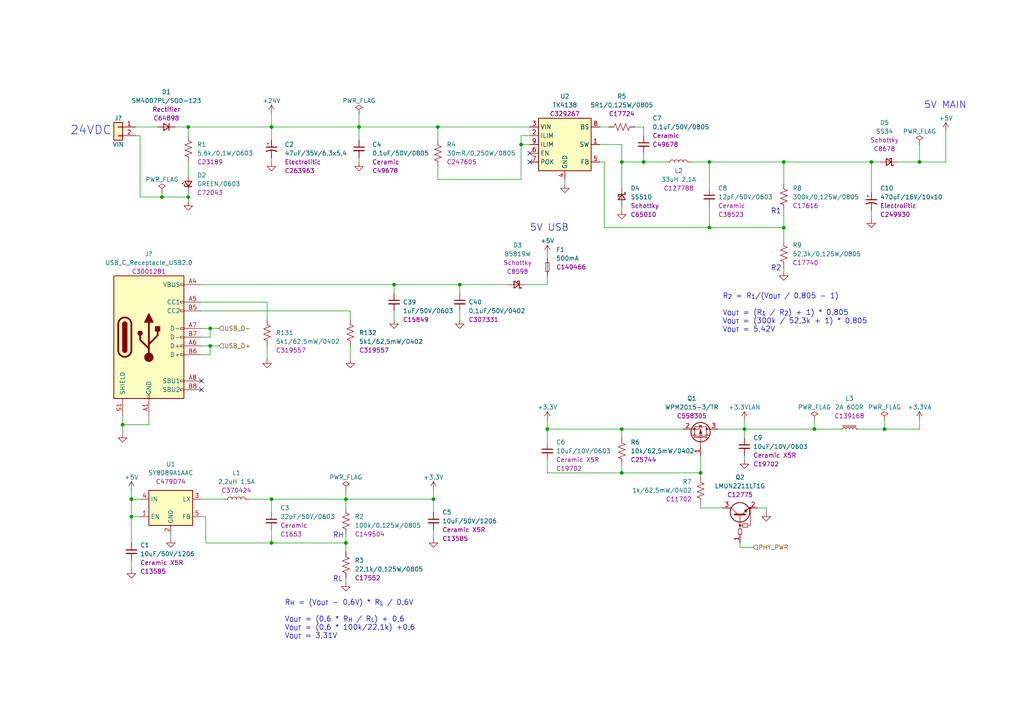
<source format=kicad_sch>
(kicad_sch (version 20230121) (generator eeschema)
  (paper "A4")
  (title_block (title "ESP 16x 24VDC Input 16x 24VDC Output Module") (date "2023-05-05") (rev "V2"))
  (lib_symbols
    (symbol "Connector:USB_C_Receptacle_USB2.0" (pin_names (offset 1.016))
      (property "Reference" "J" (at -10.16 19.05 0))
      (property "Value" "USB_C_Receptacle_USB2.0" (at 19.05 19.05 0))
      (symbol "USB_C_Receptacle_USB2.0_1_1"
        (pin passive line (at 0 -22.86 90) (length 5.08) (name "GND") (number "A1"))
        (pin passive line (at 0 -22.86 90) (length 5.08) hide (name "GND") (number "A12"))
        (pin passive line (at 15.24 15.24 180) (length 5.08) (name "VBUS") (number "A4"))
        (pin bidirectional line (at 15.24 10.16 180) (length 5.08) (name "CC1") (number "A5"))
        (pin bidirectional line (at 15.24 -2.54 180) (length 5.08) (name "D+") (number "A6"))
        (pin bidirectional line (at 15.24 2.54 180) (length 5.08) (name "D-") (number "A7"))
        (pin bidirectional line (at 15.24 -12.7 180) (length 5.08) (name "SBU1") (number "A8"))
        (pin passive line (at 15.24 15.24 180) (length 5.08) hide (name "VBUS") (number "A9"))
        (pin passive line (at 0 -22.86 90) (length 5.08) hide (name "GND") (number "B1"))
        (pin passive line (at 0 -22.86 90) (length 5.08) hide (name "GND") (number "B12"))
        (pin passive line (at 15.24 15.24 180) (length 5.08) hide (name "VBUS") (number "B4"))
        (pin bidirectional line (at 15.24 7.62 180) (length 5.08) (name "CC2") (number "B5"))
        (pin bidirectional line (at 15.24 -5.08 180) (length 5.08) (name "D+") (number "B6"))
        (pin bidirectional line (at 15.24 0 180) (length 5.08) (name "D-") (number "B7"))
        (pin bidirectional line (at 15.24 -15.24 180) (length 5.08) (name "SBU2") (number "B8"))
        (pin passive line (at 15.24 15.24 180) (length 5.08) hide (name "VBUS") (number "B9"))
        (pin passive line (at -7.62 -22.86 90) (length 5.08) (name "SHIELD") (number "S1"))
      )
    )
    (symbol "Connector_Generic:Conn_01x02" (pin_names (offset 1.016) hide)
      (property "Reference" "J" (at 0 2.54 0))
      (property "Value" "Conn_01x02" (at 0 -5.08 0))
      (symbol "Conn_01x02_1_1"
        (pin passive line (at -5.08 0 0) (length 3.81) (name "Pin_1") (number "1"))
        (pin passive line (at -5.08 -2.54 0) (length 3.81) (name "Pin_2") (number "2"))
      )
    )
    (symbol "Device:C_Polarized_Small_US" (pin_numbers hide) (pin_names (offset 0.254) hide)
      (property "Reference" "C" (at 0.254 1.778 0))
      (property "Value" "C_Polarized_Small_US" (at 0.254 -2.032 0))
      (symbol "C_Polarized_Small_US_1_1"
        (pin passive line (at 0 2.54 270) (length 2.032) (name "~") (number "1"))
        (pin passive line (at 0 -2.54 90) (length 2.032) (name "~") (number "2"))
      )
    )
    (symbol "Device:C_Small" (pin_numbers hide) (pin_names (offset 0.254) hide)
      (property "Reference" "C" (at 0.254 1.778 0))
      (property "Value" "C_Small" (at 0.254 -2.032 0))
      (symbol "C_Small_1_1"
        (pin passive line (at 0 2.54 270) (length 2.032) (name "~") (number "1"))
        (pin passive line (at 0 -2.54 90) (length 2.032) (name "~") (number "2"))
      )
    )
    (symbol "Device:D_Schottky_Small" (pin_numbers hide) (pin_names (offset 0.254) hide)
      (property "Reference" "D" (at -1.27 2.032 0))
      (property "Value" "D_Schottky_Small" (at -7.112 -2.032 0))
      (symbol "D_Schottky_Small_1_1"
        (pin passive line (at -2.54 0 0) (length 1.778) (name "K") (number "1"))
        (pin passive line (at 2.54 0 180) (length 1.778) (name "A") (number "2"))
      )
    )
    (symbol "Device:D_Small" (pin_numbers hide) (pin_names (offset 0.254) hide)
      (property "Reference" "D" (at -1.27 2.032 0))
      (property "Value" "D_Small" (at -3.81 -2.032 0))
      (symbol "D_Small_1_1"
        (pin passive line (at -2.54 0 0) (length 1.778) (name "K") (number "1"))
        (pin passive line (at 2.54 0 180) (length 1.778) (name "A") (number "2"))
      )
    )
    (symbol "Device:Fuse_Small" (pin_numbers hide) (pin_names (offset 0.254) hide)
      (property "Reference" "F" (at 0 -1.524 0))
      (property "Value" "Fuse_Small" (at 0 1.524 0))
      (symbol "Fuse_Small_1_1"
        (pin passive line (at -2.54 0 0) (length 1.27) (name "~") (number "1"))
        (pin passive line (at 2.54 0 180) (length 1.27) (name "~") (number "2"))
      )
    )
    (symbol "Device:L" (pin_numbers hide) (pin_names (offset 1.016) hide)
      (property "Reference" "L" (at -1.27 0 90))
      (property "Value" "L" (at 1.905 0 90))
      (symbol "L_1_1"
        (pin passive line (at 0 3.81 270) (length 1.27) (name "1") (number "1"))
        (pin passive line (at 0 -3.81 90) (length 1.27) (name "2") (number "2"))
      )
    )
    (symbol "Device:LED_Small" (pin_numbers hide) (pin_names (offset 0.254) hide)
      (property "Reference" "D" (at -1.27 3.175 0))
      (property "Value" "LED_Small" (at -4.445 -2.54 0))
      (symbol "LED_Small_1_1"
        (pin passive line (at -2.54 0 0) (length 1.778) (name "K") (number "1"))
        (pin passive line (at 2.54 0 180) (length 1.778) (name "A") (number "2"))
      )
    )
    (symbol "Device:L_Ferrite_Small" (pin_numbers hide) (pin_names (offset 0.254) hide)
      (property "Reference" "L" (at 1.27 1.016 0))
      (property "Value" "L_Ferrite_Small" (at 1.27 -1.27 0))
      (symbol "L_Ferrite_Small_1_1"
        (pin passive line (at 0 2.54 270) (length 0.508) (name "~") (number "1"))
        (pin passive line (at 0 -2.54 90) (length 0.508) (name "~") (number "2"))
      )
    )
    (symbol "Device:Q_NPN_BEC_BRT" (pin_names hide)
      (property "Reference" "Q" (at 3.81 1.27 0))
      (property "Value" "Q_NPN_BEC_BRT" (at 3.81 -1.27 0))
      (symbol "Q_NPN_BEC_BRT_1_1"
        (pin input line (at -8.89 0 0) (length 2.54) (name "B") (number "1"))
        (pin passive line (at 1.27 -5.08 90) (length 2.54) (name "E") (number "2"))
        (pin passive line (at 1.27 5.08 270) (length 2.54) (name "C") (number "3"))
      )
    )
    (symbol "Device:Q_PMOS_GSD" (pin_names (offset 0) hide)
      (property "Reference" "Q" (at 5.08 1.27 0))
      (property "Value" "Q_PMOS_GSD" (at 5.08 -1.27 0))
      (symbol "Q_PMOS_GSD_1_1"
        (pin input line (at -5.08 0 0) (length 2.54) (name "G") (number "1"))
        (pin passive line (at 2.54 -5.08 90) (length 2.54) (name "S") (number "2"))
        (pin passive line (at 2.54 5.08 270) (length 2.54) (name "D") (number "3"))
      )
    )
    (symbol "Device:R_US" (pin_numbers hide) (pin_names (offset 0))
      (property "Reference" "R" (at 2.54 0 90))
      (property "Value" "R_US" (at -2.54 0 90))
      (symbol "R_US_1_1"
        (pin passive line (at 0 3.81 270) (length 1.27) (name "~") (number "1"))
        (pin passive line (at 0 -3.81 90) (length 1.27) (name "~") (number "2"))
      )
    )
    (symbol "Tales:+3.3V" (power) (pin_names (offset 0))
      (property "Value" "+3.3V" (at 0 3.556 0))
      (symbol "+3.3V_1_1"
        (pin power_in line (at 0 0 90) (length 0) hide (name "+3.3V") (number "1"))
      )
    )
    (symbol "Tales:+3.3VLAN" (power) (pin_names (offset 0))
      (property "Value" "+3.3VLAN" (at 0 3.556 0))
      (symbol "+3.3VLAN_1_1"
        (pin power_in line (at 0 0 90) (length 0) hide (name "+3.3VLAN") (number "1"))
      )
    )
    (symbol "Tales:SY8089AAAC"
      (property "Reference" "U" (at 0 10.16 0))
      (property "Value" "SY8089AAAC" (at 0 7.62 0))
      (symbol "SY8089AAAC_1_1"
        (pin input line (at -8.89 -2.54 0) (length 2.54) (name "EN") (number "1"))
        (pin power_in line (at 0 -7.62 90) (length 2.54) (name "GND") (number "2"))
        (pin power_out line (at 8.89 2.54 180) (length 2.54) (name "LX") (number "3"))
        (pin power_in line (at -8.89 2.54 0) (length 2.54) (name "IN") (number "4"))
        (pin input line (at 8.89 -2.54 180) (length 2.54) (name "FB") (number "5"))
      )
    )
    (symbol "Tales:TX4138"
      (property "Reference" "U" (at 0 12.7 0))
      (property "Value" "TX4138" (at 0 10.16 0))
      (symbol "TX4138_1_1"
        (pin power_out line (at 10.16 0 180) (length 2.54) (name "SW") (number "1"))
        (pin input line (at -10.16 2.54 0) (length 2.54) (name "ILIM") (number "2"))
        (pin power_in line (at -10.16 5.08 0) (length 2.54) (name "VIN") (number "3"))
        (pin power_in line (at 0 -10.16 90) (length 2.54) (name "GND") (number "4"))
        (pin input line (at 10.16 -5.08 180) (length 2.54) (name "FB") (number "5"))
        (pin input line (at -10.16 -2.54 0) (length 2.54) (name "EN") (number "6"))
        (pin output line (at -10.16 -5.08 0) (length 2.54) (name "POK") (number "7"))
        (pin output line (at 10.16 5.08 180) (length 2.54) (name "BS") (number "8"))
        (pin input line (at -10.16 0 0) (length 2.54) (name "ILIM") (number "9"))
      )
    )
    (symbol "power:+24V" (power) (pin_names (offset 0))
      (property "Value" "+24V" (at 0 3.556 0))
      (symbol "+24V_1_1"
        (pin power_in line (at 0 0 90) (length 0) hide (name "+24V") (number "1"))
      )
    )
    (symbol "power:+3.3VA" (power) (pin_names (offset 0))
      (property "Value" "+3.3VA" (at 0 3.556 0))
      (symbol "+3.3VA_1_1"
        (pin power_in line (at 0 0 90) (length 0) hide (name "+3.3VA") (number "1"))
      )
    )
    (symbol "power:+5V" (power) (pin_names (offset 0))
      (property "Value" "+5V" (at 0 3.556 0))
      (symbol "+5V_1_1"
        (pin power_in line (at 0 0 90) (length 0) hide (name "+5V") (number "1"))
      )
    )
    (symbol "power:GND" (power) (pin_names (offset 0))
      (property "Value" "GND" (at 0 -3.81 0))
      (symbol "GND_1_1"
        (pin power_in line (at 0 0 270) (length 0) hide (name "GND") (number "1"))
      )
    )
    (symbol "power:PWR_FLAG" (power) (pin_numbers hide) (pin_names (offset 0) hide)
      (property "Value" "PWR_FLAG" (at 0 3.81 0))
      (symbol "PWR_FLAG_0_0"
        (pin power_out line (at 0 0 90) (length 0) (name "pwr") (number "1"))
      )
    )
  )
  (junction (at 180.34 46.99))
  (junction (at 180.34 124.46))
  (junction (at 151.13 41.91))
  (junction (at 125.73 144.78))
  (junction (at 205.74 66.04))
  (junction (at 60.96 95.25))
  (junction (at 46.99 57.15))
  (junction (at 266.7 46.99))
  (junction (at 54.61 36.83))
  (junction (at 256.54 124.46))
  (junction (at 127 36.83))
  (junction (at 180.34 137.16))
  (junction (at 133.35 82.55))
  (junction (at 60.96 100.33))
  (junction (at 236.22 124.46))
  (junction (at 104.14 36.83))
  (junction (at 78.74 157.48))
  (junction (at 227.33 66.04))
  (junction (at 38.1 149.86))
  (junction (at 186.69 46.99))
  (junction (at 252.73 46.99))
  (junction (at 215.9 124.46))
  (junction (at 205.74 46.99))
  (junction (at 38.1 144.78))
  (junction (at 54.61 57.15))
  (junction (at 35.56 123.19))
  (junction (at 158.75 124.46))
  (junction (at 114.3 82.55))
  (junction (at 78.74 36.83))
  (junction (at 203.2 137.16))
  (junction (at 100.33 144.78))
  (junction (at 78.74 144.78))
  (junction (at 100.33 157.48))
  (junction (at 227.33 46.99))
  (no_connect (at 153.67 46.99))
  (no_connect (at 153.67 44.45))
  (no_connect (at 58.42 110.49))
  (no_connect (at 58.42 113.03))
  (wire (pts (xy 58.42 82.55) (xy 114.3 82.55)))
  (wire (pts (xy 227.33 46.99) (xy 252.73 46.99)))
  (wire (pts (xy 114.3 90.17) (xy 114.3 92.71)))
  (wire (pts (xy 252.73 46.99) (xy 255.27 46.99)))
  (wire (pts (xy 158.75 80.01) (xy 158.75 82.55)))
  (wire (pts (xy 180.34 46.99) (xy 180.34 54.61)))
  (wire (pts (xy 58.42 100.33) (xy 60.96 100.33)))
  (wire (pts (xy 114.3 82.55) (xy 114.3 85.09)))
  (wire (pts (xy 78.74 153.67) (xy 78.74 157.48)))
  (wire (pts (xy 127 36.83) (xy 153.67 36.83)))
  (wire (pts (xy 125.73 148.59) (xy 125.73 144.78)))
  (wire (pts (xy 227.33 46.99) (xy 227.33 53.34)))
  (wire (pts (xy 180.34 41.91) (xy 180.34 46.99)))
  (wire (pts (xy 125.73 153.67) (xy 125.73 156.21)))
  (wire (pts (xy 203.2 137.16) (xy 203.2 138.43)))
  (wire (pts (xy 54.61 55.88) (xy 54.61 57.15)))
  (wire (pts (xy 203.2 132.08) (xy 203.2 137.16)))
  (wire (pts (xy 60.96 95.25) (xy 63.5 95.25)))
  (wire (pts (xy 100.33 144.78) (xy 100.33 147.32)))
  (wire (pts (xy 39.37 36.83) (xy 45.72 36.83)))
  (wire (pts (xy 227.33 60.96) (xy 227.33 66.04)))
  (wire (pts (xy 49.53 154.94) (xy 49.53 156.21)))
  (wire (pts (xy 127 52.07) (xy 151.13 52.07)))
  (wire (pts (xy 158.75 133.35) (xy 158.75 137.16)))
  (wire (pts (xy 38.1 162.56) (xy 38.1 165.1)))
  (wire (pts (xy 104.14 36.83) (xy 127 36.83)))
  (wire (pts (xy 100.33 154.94) (xy 100.33 157.48)))
  (wire (pts (xy 38.1 144.78) (xy 40.64 144.78)))
  (wire (pts (xy 78.74 144.78) (xy 100.33 144.78)))
  (wire (pts (xy 78.74 36.83) (xy 78.74 40.64)))
  (wire (pts (xy 78.74 33.02) (xy 78.74 36.83)))
  (wire (pts (xy 100.33 167.64) (xy 100.33 168.91)))
  (wire (pts (xy 54.61 36.83) (xy 78.74 36.83)))
  (wire (pts (xy 60.96 97.79) (xy 60.96 95.25)))
  (wire (pts (xy 205.74 66.04) (xy 205.74 59.69)))
  (wire (pts (xy 54.61 36.83) (xy 54.61 39.37)))
  (wire (pts (xy 72.39 144.78) (xy 78.74 144.78)))
  (wire (pts (xy 266.7 46.99) (xy 274.32 46.99)))
  (wire (pts (xy 163.83 52.07) (xy 163.83 53.34)))
  (wire (pts (xy 222.25 147.32) (xy 222.25 148.59)))
  (wire (pts (xy 158.75 121.92) (xy 158.75 124.46)))
  (wire (pts (xy 274.32 46.99) (xy 274.32 38.1)))
  (wire (pts (xy 100.33 157.48) (xy 100.33 160.02)))
  (wire (pts (xy 35.56 123.19) (xy 35.56 125.73)))
  (wire (pts (xy 35.56 120.65) (xy 35.56 123.19)))
  (wire (pts (xy 127 48.26) (xy 127 52.07)))
  (wire (pts (xy 58.42 102.87) (xy 60.96 102.87)))
  (wire (pts (xy 222.25 147.32) (xy 219.71 147.32)))
  (wire (pts (xy 173.99 46.99) (xy 175.26 46.99)))
  (wire (pts (xy 151.13 52.07) (xy 151.13 41.91)))
  (wire (pts (xy 256.54 124.46) (xy 248.92 124.46)))
  (wire (pts (xy 114.3 82.55) (xy 133.35 82.55)))
  (wire (pts (xy 78.74 157.48) (xy 100.33 157.48)))
  (wire (pts (xy 38.1 149.86) (xy 38.1 157.48)))
  (wire (pts (xy 215.9 124.46) (xy 215.9 127)))
  (wire (pts (xy 46.99 57.15) (xy 54.61 57.15)))
  (wire (pts (xy 200.66 46.99) (xy 205.74 46.99)))
  (wire (pts (xy 78.74 45.72) (xy 78.74 46.99)))
  (wire (pts (xy 227.33 66.04) (xy 227.33 69.85)))
  (wire (pts (xy 198.12 124.46) (xy 180.34 124.46)))
  (wire (pts (xy 38.1 142.24) (xy 38.1 144.78)))
  (wire (pts (xy 208.28 124.46) (xy 215.9 124.46)))
  (wire (pts (xy 101.6 100.33) (xy 101.6 104.14)))
  (wire (pts (xy 180.34 134.62) (xy 180.34 137.16)))
  (wire (pts (xy 158.75 137.16) (xy 180.34 137.16)))
  (wire (pts (xy 100.33 142.24) (xy 100.33 144.78)))
  (wire (pts (xy 59.69 157.48) (xy 78.74 157.48)))
  (wire (pts (xy 151.13 41.91) (xy 151.13 39.37)))
  (wire (pts (xy 205.74 46.99) (xy 205.74 54.61)))
  (wire (pts (xy 158.75 73.66) (xy 158.75 74.93)))
  (wire (pts (xy 158.75 124.46) (xy 180.34 124.46)))
  (wire (pts (xy 78.74 36.83) (xy 104.14 36.83)))
  (wire (pts (xy 173.99 36.83) (xy 176.53 36.83)))
  (wire (pts (xy 54.61 46.99) (xy 54.61 50.8)))
  (wire (pts (xy 38.1 144.78) (xy 38.1 149.86)))
  (wire (pts (xy 50.8 36.83) (xy 54.61 36.83)))
  (wire (pts (xy 127 36.83) (xy 127 40.64)))
  (wire (pts (xy 60.96 100.33) (xy 63.5 100.33)))
  (wire (pts (xy 46.99 55.88) (xy 46.99 57.15)))
  (wire (pts (xy 152.4 82.55) (xy 158.75 82.55)))
  (wire (pts (xy 203.2 147.32) (xy 209.55 147.32)))
  (wire (pts (xy 104.14 36.83) (xy 104.14 40.64)))
  (wire (pts (xy 214.63 158.75) (xy 218.44 158.75)))
  (wire (pts (xy 186.69 44.45) (xy 186.69 46.99)))
  (wire (pts (xy 43.18 123.19) (xy 35.56 123.19)))
  (wire (pts (xy 186.69 36.83) (xy 186.69 39.37)))
  (wire (pts (xy 39.37 39.37) (xy 40.64 39.37)))
  (wire (pts (xy 215.9 124.46) (xy 236.22 124.46)))
  (wire (pts (xy 180.34 60.96) (xy 180.34 59.69)))
  (wire (pts (xy 125.73 144.78) (xy 100.33 144.78)))
  (wire (pts (xy 184.15 36.83) (xy 186.69 36.83)))
  (wire (pts (xy 133.35 90.17) (xy 133.35 92.71)))
  (wire (pts (xy 40.64 39.37) (xy 40.64 57.15)))
  (wire (pts (xy 58.42 97.79) (xy 60.96 97.79)))
  (wire (pts (xy 175.26 66.04) (xy 205.74 66.04)))
  (wire (pts (xy 256.54 121.92) (xy 256.54 124.46)))
  (wire (pts (xy 151.13 41.91) (xy 153.67 41.91)))
  (wire (pts (xy 252.73 55.88) (xy 252.73 46.99)))
  (wire (pts (xy 38.1 149.86) (xy 40.64 149.86)))
  (wire (pts (xy 133.35 82.55) (xy 147.32 82.55)))
  (wire (pts (xy 266.7 124.46) (xy 256.54 124.46)))
  (wire (pts (xy 205.74 66.04) (xy 227.33 66.04)))
  (wire (pts (xy 43.18 120.65) (xy 43.18 123.19)))
  (wire (pts (xy 77.47 100.33) (xy 77.47 104.14)))
  (wire (pts (xy 59.69 149.86) (xy 59.69 157.48)))
  (wire (pts (xy 227.33 77.47) (xy 227.33 78.74)))
  (wire (pts (xy 158.75 128.27) (xy 158.75 124.46)))
  (wire (pts (xy 180.34 137.16) (xy 203.2 137.16)))
  (wire (pts (xy 173.99 41.91) (xy 180.34 41.91)))
  (wire (pts (xy 77.47 87.63) (xy 77.47 92.71)))
  (wire (pts (xy 175.26 46.99) (xy 175.26 66.04)))
  (wire (pts (xy 215.9 121.92) (xy 215.9 124.46)))
  (wire (pts (xy 214.63 157.48) (xy 214.63 158.75)))
  (wire (pts (xy 104.14 45.72) (xy 104.14 46.99)))
  (wire (pts (xy 125.73 142.24) (xy 125.73 144.78)))
  (wire (pts (xy 104.14 33.02) (xy 104.14 36.83)))
  (wire (pts (xy 236.22 121.92) (xy 236.22 124.46)))
  (wire (pts (xy 180.34 124.46) (xy 180.34 127)))
  (wire (pts (xy 243.84 124.46) (xy 236.22 124.46)))
  (wire (pts (xy 58.42 144.78) (xy 64.77 144.78)))
  (wire (pts (xy 54.61 57.15) (xy 54.61 58.42)))
  (wire (pts (xy 58.42 87.63) (xy 77.47 87.63)))
  (wire (pts (xy 252.73 60.96) (xy 252.73 63.5)))
  (wire (pts (xy 203.2 146.05) (xy 203.2 147.32)))
  (wire (pts (xy 266.7 124.46) (xy 266.7 121.92)))
  (wire (pts (xy 215.9 132.08) (xy 215.9 133.35)))
  (wire (pts (xy 186.69 46.99) (xy 193.04 46.99)))
  (wire (pts (xy 58.42 149.86) (xy 59.69 149.86)))
  (wire (pts (xy 260.35 46.99) (xy 266.7 46.99)))
  (wire (pts (xy 133.35 82.55) (xy 133.35 85.09)))
  (wire (pts (xy 101.6 90.17) (xy 101.6 92.71)))
  (wire (pts (xy 151.13 39.37) (xy 153.67 39.37)))
  (wire (pts (xy 180.34 46.99) (xy 186.69 46.99)))
  (wire (pts (xy 60.96 102.87) (xy 60.96 100.33)))
  (wire (pts (xy 266.7 41.91) (xy 266.7 46.99)))
  (wire (pts (xy 40.64 57.15) (xy 46.99 57.15)))
  (wire (pts (xy 78.74 144.78) (xy 78.74 148.59)))
  (wire (pts (xy 58.42 95.25) (xy 60.96 95.25)))
  (wire (pts (xy 227.33 46.99) (xy 205.74 46.99)))
  (wire (pts (xy 58.42 90.17) (xy 101.6 90.17)))
  (text "5V MAIN" (at 267.97 31.75 0) (effects (font (size 2 2)) (justify left bottom)))
  (text "5V USB" (at 153.67 67.31 0) (effects (font (size 2 2)) (justify left bottom)))
  (text "R_{H} = (V_{OUT} - 0,6V) * R_{L} / 0,6V\n\nV_{OUT} = (0,6 * R_{H} / R_{L}) + 0,6\nV_{OUT} = (0,6 * 100k/22,1k) +0,6\nV_{OUT} = 3,31V" (at 82.55 185.42 0) (effects (font (size 1.5 1.5)) (justify left bottom)))
  (text "R1" (at 223.52 62.23 0) (effects (font (size 1.5 1.5)) (justify left bottom)))
  (text "RL" (at 96.52 168.91 0) (effects (font (size 1.5 1.5)) (justify left bottom)))
  (text "R_{2} = R_{1}/(V_{OUT} / 0,805 - 1)\n\nV_{OUT} = (R_{1} / R_{2}) + 1) * 0,805\nV_{OUT} = (300k / 52,3k + 1) * 0,805\nV_{OUT} = 5,42V" (at 209.55 96.52 0) (effects (font (size 1.5 1.5)) (justify left bottom)))
  (text "RH" (at 96.52 156.21 0) (effects (font (size 1.5 1.5)) (justify left bottom)))
  (text "24VDC" (at 20.32 39.37 0) (effects (font (size 2.5 2.5)) (justify left bottom)))
  (text "R2" (at 223.52 78.74 0) (effects (font (size 1.5 1.5)) (justify left bottom)))
  (hierarchical_label "PHY_PWR" (shape input) (at 218.44 158.75 0))
  (hierarchical_label "USB_D+" (shape input) (at 63.5 100.33 0))
  (hierarchical_label "USB_D-" (shape input) (at 63.5 95.25 0))
  (symbol (lib_id "Device:C_Small") (at 186.69 41.91 0) (unit 1)
    (property "Reference" "C7" (at 189.23 34.29 0) (effects (justify left)))
    (property "Value" "0,1uF/50V/0805" (at 189.23 36.83 0) (effects (justify left)))
    (property "Footprint" "Tales:C_0805_2012Metric" (effects hide))
    (property "Technology" "Ceramic" (at 189.23 39.37 0) (effects (justify left)))
    (property "Case" "0805/2012" (effects hide))
    (property "Mfr" "Yageo" (effects hide))
    (property "Mfr PN" "CC0805KRX7R9BB104" (effects hide))
    (property "Vendor" "JLCPCB" (effects hide))
    (property "Vendor PN" "C49678" (effects hide))
    (property "LCSC Part #" "C49678" (at 189.23 41.91 0) (effects (justify left)))
    (property "JLCPCB BOM" "1" (effects hide))
  )
  (symbol (lib_id "Device:R_US") (at 227.33 57.15 0) (unit 1)
    (property "Reference" "R8" (at 229.87 54.61 0) (effects (justify left)))
    (property "Value" "300k/0,125W/0805" (at 229.87 57.15 0) (effects (justify left)))
    (property "Footprint" "Tales:R_0805_2012Metric" (effects hide))
    (property "Case" "0805/2012" (effects hide))
    (property "JLCPCB BOM" "1" (effects hide))
    (property "LCSC Part #" "C17616" (at 229.87 59.69 0) (effects (justify left)))
    (property "Mfr" "Uniroyal" (effects hide))
    (property "Mfr PN" "0805W8F3003T5E" (effects hide))
    (property "Vendor" "JLCPCB" (effects hide))
    (property "Vendor PN" "C17616" (effects hide))
  )
  (symbol (lib_id "power:+24V") (at 78.74 33.02 0) (unit 1)
    (property "Reference" "#PWR07" (effects hide))
    (property "Value" "+24V" (at 78.74 29.21 0))
  )
  (symbol (lib_id "Device:C_Small") (at 78.74 151.13 0) (unit 1)
    (property "Reference" "C3" (at 81.28 147.32 0) (effects (justify left)))
    (property "Value" "22pF/50V/0603" (at 81.28 149.86 0) (effects (justify left)))
    (property "Footprint" "Tales:C_0603_1608Metric" (effects hide))
    (property "Case" "0603/1608" (effects hide))
    (property "JLCPCB BOM" "1" (effects hide))
    (property "LCSC Part #" "C1653" (at 81.28 154.94 0) (effects (justify left)))
    (property "Mfr" "Samsung" (effects hide))
    (property "Mfr PN" "CL10C220JB8NNNC" (effects hide))
    (property "Technology" "Ceramic" (at 81.28 152.4 0) (effects (justify left)))
    (property "Vendor" "JLCPCB" (effects hide))
    (property "Vendor PN" "C1653" (effects hide))
  )
  (symbol (lib_id "Device:C_Small") (at 38.1 160.02 0) (unit 1)
    (property "Reference" "C1" (at 40.64 158.115 0) (effects (justify left)))
    (property "Value" "10uF/50V/1206" (at 40.64 160.655 0) (effects (justify left)))
    (property "Footprint" "Tales:C_1206_3216Metric" (effects hide))
    (property "Mfr" "Samsung" (effects hide))
    (property "Mfr PN" "CL31A106KBHNNNE" (effects hide))
    (property "JLCPCB BOM" "1" (effects hide))
    (property "LCSC Part #" "C13585" (at 40.64 165.735 0) (effects (justify left)))
    (property "Technology" "Ceramic X5R" (at 40.64 163.195 0) (effects (justify left)))
    (property "Vendor" "JLCPCB" (effects hide))
    (property "Vendor PN" "C13585" (effects hide))
    (property "Case" "1206/3216" (effects hide))
  )
  (symbol (lib_id "Device:C_Small") (at 114.3 87.63 0) (unit 1)
    (property "Reference" "C39" (at 116.84 87.63 0) (effects (justify left)))
    (property "Value" "1uF/50V/0603" (at 116.84 90.17 0) (effects (justify left)))
    (property "Footprint" "Tales:C_0603_1608Metric" (effects hide))
    (property "Case" "0603/1608" (effects hide))
    (property "JLCPCB BOM" "1" (effects hide))
    (property "LCSC Part #" "C15849" (at 116.84 92.71 0) (effects (justify left)))
    (property "Mfr" "Samsung" (effects hide))
    (property "Mfr PN" "CL10A105KB8NNNC" (effects hide))
    (property "Technology" "Ceramic X5R" (effects hide))
    (property "Vendor" "JLCPCB" (effects hide))
    (property "Vendor PN" "C15849" (effects hide))
  )
  (symbol (lib_id "power:GND") (at 100.33 168.91 0) (unit 1)
    (property "Reference" "#PWR09" (effects hide))
    (property "Value" "GNDREF" (effects hide))
  )
  (symbol (lib_id "Device:L") (at 196.85 46.99 90) (unit 1)
    (property "Reference" "L2" (at 196.85 49.53 90))
    (property "Value" "33uH 2,1A" (at 196.85 52.07 90))
    (property "Footprint" "Tales:L_12x12mm_h6mm" (effects hide))
    (property "Case" "12x12" (effects hide))
    (property "JLCPCB BOM" "1" (effects hide))
    (property "LCSC Part #" "C127788" (at 196.85 54.61 90))
    (property "Mfr" "Sunlord" (effects hide))
    (property "Mfr PN" "SWRH1205B-330MT" (effects hide))
    (property "Vendor" "JLCPCB" (effects hide))
    (property "Vendor PN" "C127788" (effects hide))
  )
  (symbol (lib_id "Tales:SY8089AAAC") (at 49.53 147.32 0) (unit 1)
    (property "Reference" "U1" (at 49.53 134.62 0))
    (property "Value" "SY8089A1AAC" (at 49.53 137.16 0))
    (property "Footprint" "Tales:TSOT-23-5" (effects hide))
    (property "Case" "SOT-23-5" (effects hide))
    (property "JLCPCB BOM" "1" (effects hide))
    (property "LCSC Part #" "C479074" (at 49.53 139.7 0))
    (property "Mfr" "Silergy" (effects hide))
    (property "Mfr PN" "SY8089A1AAC" (effects hide))
    (property "Vendor" "JLCPCB" (effects hide))
    (property "Vendor PN" "C479074" (effects hide))
  )
  (symbol (lib_id "power:GND") (at 125.73 156.21 0) (unit 1)
    (property "Reference" "#PWR012" (effects hide))
    (property "Value" "GNDREF" (effects hide))
  )
  (symbol (lib_id "power:GND") (at 222.25 148.59 0) (unit 1)
    (property "Reference" "#PWR018" (effects hide))
    (property "Value" "GNDREF" (effects hide))
  )
  (symbol (lib_id "Device:Fuse_Small") (at 158.75 77.47 90) (unit 1)
    (property "Reference" "F1" (at 161.29 72.39 90) (effects (justify right)))
    (property "Value" "500mA" (at 161.29 74.93 90) (effects (justify right)))
    (property "Footprint" "Tales:Fuse_1206_3216Metric" (effects hide))
    (property "JLCPCB BOM" "1" (effects hide))
    (property "LCSC Part #" "C140466" (at 161.29 77.47 90) (effects (justify right)))
    (property "Mfr" "Xucheng Elec" (effects hide))
    (property "Mfr PN" "12F.05000063AG12S1B02" (effects hide))
    (property "Vendor" "JLCPCB" (effects hide))
    (property "Vendor PN" "C140466" (effects hide))
    (property "Case" "1206" (effects hide))
  )
  (symbol (lib_id "power:GND") (at 163.83 53.34 0) (unit 1)
    (property "Reference" "#PWR014" (effects hide))
    (property "Value" "GNDREF" (effects hide))
  )
  (symbol (lib_id "Tales:+3.3VLAN") (at 215.9 121.92 0) (unit 1)
    (property "Reference" "#PWR016" (effects hide))
    (property "Value" "+3.3VLAN" (at 215.9 118.11 0))
  )
  (symbol (lib_id "Device:D_Schottky_Small") (at 257.81 46.99 180) (unit 1)
    (property "Reference" "D5" (at 256.54 35.56 0))
    (property "Value" "SS34" (at 256.54 38.1 0))
    (property "Footprint" "Tales:D_SMA" (effects hide))
    (property "JLCPCB BOM" "1" (effects hide))
    (property "LCSC Part #" "C8678" (at 256.54 43.18 0))
    (property "Mfr" "Microdiode" (effects hide))
    (property "Mfr PN" "SS34" (effects hide))
    (property "Technology" "Schottky" (at 256.54 40.64 0))
    (property "Vendor" "JLCPCB" (effects hide))
    (property "Vendor PN" "C8678" (effects hide))
    (property "Case" "SMA" (effects hide))
  )
  (symbol (lib_id "power:PWR_FLAG") (at 266.7 41.91 0) (unit 1)
    (property "Reference" "#FLG05" (effects hide))
    (property "Value" "PWR_FLAG" (at 266.7 38.1 0))
  )
  (symbol (lib_id "power:+5V") (at 38.1 142.24 0) (unit 1)
    (property "Reference" "#PWR02" (effects hide))
    (property "Value" "+5V" (at 38.1 138.43 0))
  )
  (symbol (lib_id "Device:D_Schottky_Small") (at 180.34 57.15 270) (unit 1)
    (property "Reference" "D4" (at 182.88 54.61 90) (effects (justify left)))
    (property "Value" "SS510" (at 182.88 57.15 90) (effects (justify left)))
    (property "Footprint" "Tales:D_SMA" (effects hide))
    (property "Case" "SMA" (effects hide))
    (property "JLCPCB BOM" "1" (effects hide))
    (property "LCSC Part #" "C65010" (at 182.88 62.23 90) (effects (justify left)))
    (property "Mfr" "Microdiode" (effects hide))
    (property "Mfr PN" "SS510" (effects hide))
    (property "Technology" "Schottky" (at 182.88 59.69 90) (effects (justify left)))
    (property "Vendor" "JLCPCB" (effects hide))
    (property "Vendor PN" "C65010" (effects hide))
  )
  (symbol (lib_id "power:+5V") (at 158.75 73.66 0) (unit 1)
    (property "Reference" "#PWR06" (effects hide))
    (property "Value" "+5V" (at 158.75 69.85 0))
  )
  (symbol (lib_id "Device:D_Small") (at 48.26 36.83 180) (unit 1)
    (property "Reference" "D1" (at 48.26 26.67 0))
    (property "Value" "SM4007PL/SOD-123" (at 48.26 29.21 0))
    (property "Footprint" "Tales:D_SOD-123" (effects hide))
    (property "Case" "SOD-123FL" (effects hide))
    (property "Technology" "Rectifier" (at 48.26 31.75 0))
    (property "Mfr" "Microdiode" (effects hide))
    (property "Mfr PN" "SM4007PL" (effects hide))
    (property "Vendor" "JLCPCB" (effects hide))
    (property "Vendor PN" "C64898" (effects hide))
    (property "LCSC Part #" "C64898" (at 48.26 34.29 0))
    (property "JLCPCB BOM" "1" (effects hide))
  )
  (symbol (lib_id "Device:R_US") (at 180.34 36.83 270) (unit 1)
    (property "Reference" "R5" (at 180.34 27.94 90))
    (property "Value" "5R1/0,125W/0805" (at 180.34 30.48 90))
    (property "Footprint" "Tales:R_0805_2012Metric" (effects hide))
    (property "Case" "0805/2012" (effects hide))
    (property "Mfr" "Uniroyal" (effects hide))
    (property "Mfr PN" "0805W8F510KT5E" (effects hide))
    (property "Vendor" "JLCPCB" (effects hide))
    (property "Vendor PN" "C17724" (effects hide))
    (property "LCSC Part #" "C17724" (at 180.34 33.02 90))
    (property "JLCPCB BOM" "1" (effects hide))
  )
  (symbol (lib_id "power:+3.3VA") (at 266.7 121.92 0) (unit 1)
    (property "Reference" "#PWR021" (effects hide))
    (property "Value" "+3.3VA" (at 266.7 118.11 0))
  )
  (symbol (lib_id "power:GND") (at 35.56 125.73 0) (unit 1)
    (property "Reference" "#PWR?" (effects hide))
    (property "Value" "GNDREF" (effects hide))
    (instances (project "esp-24v-16ch-v2" (path "" (reference "#PWR?") (unit 1)) (path "" (reference "#PWR01") (unit 1)) (path "" (reference "#PWR01") (unit 1))))
  )
  (symbol (lib_id "power:PWR_FLAG") (at 104.14 33.02 0) (unit 1)
    (property "Reference" "#FLG02" (effects hide))
    (property "Value" "PWR_FLAG" (at 104.14 29.21 0))
  )
  (symbol (lib_id "Device:C_Small") (at 125.73 151.13 0) (unit 1)
    (property "Reference" "C5" (at 128.27 148.59 0) (effects (justify left)))
    (property "Value" "10uF/50V/1206" (at 128.27 151.13 0) (effects (justify left)))
    (property "Footprint" "Tales:C_1206_3216Metric" (effects hide))
    (property "Mfr" "Samsung" (effects hide))
    (property "Mfr PN" "CL31A106KBHNNNE" (effects hide))
    (property "JLCPCB BOM" "1" (effects hide))
    (property "LCSC Part #" "C13585" (at 128.27 156.21 0) (effects (justify left)))
    (property "Technology" "Ceramic X5R" (at 128.27 153.67 0) (effects (justify left)))
    (property "Vendor" "JLCPCB" (effects hide))
    (property "Vendor PN" "C13585" (effects hide))
    (property "Case" "1206/3216" (effects hide))
  )
  (symbol (lib_id "Device:D_Schottky_Small") (at 149.86 82.55 180) (unit 1)
    (property "Reference" "D3" (at 150.114 71.12 0))
    (property "Value" "B5819W" (at 150.114 73.66 0))
    (property "Footprint" "Tales:D_SOD-123" (effects hide))
    (property "Technology" "Schottky" (at 150.114 76.2 0))
    (property "Vendor" "JLCPCB" (effects hide))
    (property "Case" "SOD-123" (effects hide))
    (property "JLCPCB BOM" "1" (effects hide))
    (property "LCSC Part #" "C8598" (at 150.114 78.74 0))
    (property "Mfr" "Jiangsu" (effects hide))
    (property "Mfr PN" "B5819W" (effects hide))
    (property "Vendor PN" "C8598" (effects hide))
  )
  (symbol (lib_id "power:GND") (at 38.1 165.1 0) (unit 1)
    (property "Reference" "#PWR03" (effects hide))
    (property "Value" "GNDREF" (effects hide))
  )
  (symbol (lib_id "power:GND") (at 101.6 104.14 0) (unit 1)
    (property "Reference" "#PWR?" (effects hide))
    (property "Value" "GNDREF" (effects hide))
    (instances (project "esp-24v-16ch-v2" (path "" (reference "#PWR?") (unit 1)) (path "" (reference "#PWR01") (unit 1)) (path "" (reference "#PWR0188") (unit 1))))
  )
  (symbol (lib_id "power:GND") (at 215.9 133.35 0) (unit 1)
    (property "Reference" "#PWR017" (effects hide))
    (property "Value" "GNDREF" (effects hide))
  )
  (symbol (lib_id "power:GND") (at 54.61 58.42 0) (unit 1)
    (property "Reference" "#PWR05" (effects hide))
    (property "Value" "GND" (effects hide))
  )
  (symbol (lib_id "Device:LED_Small") (at 54.61 53.34 90) (unit 1)
    (property "Reference" "D2" (at 57.15 50.8 90) (effects (justify right)))
    (property "Value" "GREEN/0603" (at 57.15 53.34 90) (effects (justify right)))
    (property "Footprint" "Tales:LED_0603_1608Metric" (effects hide))
    (property "Case" "0603" (effects hide))
    (property "Mfr" "Everlight" (effects hide))
    (property "Mfr PN" "19-217/GHC-YR1S2/3T" (effects hide))
    (property "Vendor" "JLCPCB" (effects hide))
    (property "Vendor PN" "C72043" (effects hide))
    (property "LCSC Part #" "C72043" (at 57.15 55.88 90) (effects (justify right)))
    (property "JLCPCB BOM" "1" (effects hide))
  )
  (symbol (lib_id "power:PWR_FLAG") (at 46.99 55.88 0) (unit 1)
    (property "Reference" "#FLG07" (effects hide))
    (property "Value" "PWR_FLAG" (at 46.99 52.07 0))
  )
  (symbol (lib_id "power:+5V") (at 274.32 38.1 0) (unit 1)
    (property "Reference" "#PWR022" (effects hide))
    (property "Value" "+5V" (at 274.32 34.29 0))
  )
  (symbol (lib_id "Connector_Generic:Conn_01x02") (at 34.29 36.83 0) (mirror y) (unit 1)
    (property "Reference" "J?" (at 34.29 34.29 0))
    (property "Value" "VIN" (at 34.29 41.91 0))
    (property "Footprint" "Tales:TerminalBlock_Phoenix_MKDS-3-2-5.08_1x02_P5.08mm_Horizontal" (effects hide))
    (property "JLCPCB BOM" "0" (effects hide))
    (property "Mfr" "Conexel" (effects hide))
    (property "Mfr PN" "1x LM 5.08/02/90 3.5SN OR BX" (effects hide))
    (property "Vendor" "Conexel" (effects hide))
    (property "Vendor PN" "1x 1716080000" (effects hide))
    (instances (project "esp-24v-16ch-v2" (path "" (reference "J?") (unit 1)) (path "" (reference "J1") (unit 1))))
  )
  (symbol (lib_id "Device:R_US") (at 127 44.45 0) (unit 1)
    (property "Reference" "R4" (at 129.54 41.91 0) (effects (justify left)))
    (property "Value" "30mR/0,250W/0805" (at 129.54 44.45 0) (effects (justify left)))
    (property "Footprint" "Tales:R_0805_2012Metric" (effects hide))
    (property "Case" "0805/2012" (effects hide))
    (property "Mfr" "Uniroyal" (effects hide))
    (property "Mfr PN" "0805W4F300MT5E" (effects hide))
    (property "Vendor" "JLCPCB" (effects hide))
    (property "Vendor PN" "C247605" (effects hide))
    (property "LCSC Part #" "C247605" (at 129.54 46.99 0) (effects (justify left)))
    (property "JLCPCB BOM" "1" (effects hide))
  )
  (symbol (lib_id "Device:C_Small") (at 215.9 129.54 0) (unit 1)
    (property "Reference" "C9" (at 218.44 127 0) (effects (justify left)))
    (property "Value" "10uF/10V/0603" (at 218.44 129.54 0) (effects (justify left)))
    (property "Footprint" "Tales:C_0603_1608Metric" (effects hide))
    (property "Mfr" "Samsung" (effects hide))
    (property "Mfr PN" "CL10A106KP8NNNC" (effects hide))
    (property "JLCPCB BOM" "1" (effects hide))
    (property "LCSC Part #" "C19702" (at 218.44 134.62 0) (effects (justify left)))
    (property "Technology" "Ceramic X5R" (at 218.44 132.08 0) (effects (justify left)))
    (property "Vendor" "JLCPCB" (effects hide))
    (property "Vendor PN" "C19702" (effects hide))
    (property "Case" "0603/1608" (effects hide))
  )
  (symbol (lib_id "power:GND") (at 180.34 60.96 0) (unit 1)
    (property "Reference" "#PWR015" (effects hide))
    (property "Value" "GNDREF" (effects hide))
  )
  (symbol (lib_id "power:GND") (at 77.47 104.14 0) (unit 1)
    (property "Reference" "#PWR?" (effects hide))
    (property "Value" "GNDREF" (effects hide))
    (instances (project "esp-24v-16ch-v2" (path "" (reference "#PWR?") (unit 1)) (path "" (reference "#PWR01") (unit 1)) (path "" (reference "#PWR0187") (unit 1))))
  )
  (symbol (lib_id "Device:L_Ferrite_Small") (at 246.38 124.46 90) (unit 1)
    (property "Reference" "L3" (at 246.38 115.57 90))
    (property "Value" "2A 600R" (at 246.38 118.11 90))
    (property "Footprint" "Tales:L_0805_2012Metric" (effects hide))
    (property "Case" "0805/2012" (effects hide))
    (property "JLCPCB BOM" "1" (effects hide))
    (property "LCSC Part #" "C139168" (at 246.38 120.65 90))
    (property "Mfr" "FH" (effects hide))
    (property "Mfr PN" "CBM201209U601T" (effects hide))
    (property "Vendor" "JLCPCB" (effects hide))
    (property "Vendor PN" "C139168" (effects hide))
  )
  (symbol (lib_id "Device:R_US") (at 77.47 96.52 0) (unit 1)
    (property "Reference" "R131" (at 80.01 96.52 0) (effects (justify left)))
    (property "Value" "5k1/62,5mW/0402" (at 80.01 99.06 0) (effects (justify left)))
    (property "Footprint" "Tales:R_0402_1005Metric" (effects hide))
    (property "Case" "0402/1005" (effects hide))
    (property "JLCPCB BOM" "1" (effects hide))
    (property "LCSC Part #" "C319557" (at 80.01 101.6 0) (effects (justify left)))
    (property "Mfr" "Viking Tech" (effects hide))
    (property "Mfr PN" "AR02DTD5101" (effects hide))
    (property "Vendor" "JLCPCB" (effects hide))
    (property "Vendor PN" "C319557" (effects hide))
  )
  (symbol (lib_id "power:PWR_FLAG") (at 236.22 121.92 0) (unit 1)
    (property "Reference" "#FLG03" (effects hide))
    (property "Value" "PWR_FLAG" (at 236.22 118.11 0))
  )
  (symbol (lib_id "Device:Q_PMOS_GSD") (at 203.2 127 270) (mirror x) (unit 1)
    (property "Reference" "Q1" (at 200.66 115.57 90))
    (property "Value" "WPM2015-3/TR" (at 200.66 118.11 90))
    (property "Footprint" "Tales:SOT-23" (effects hide))
    (property "Case" "SOT-23-3" (effects hide))
    (property "JLCPCB BOM" "1" (effects hide))
    (property "LCSC Part #" "C558305" (at 200.66 120.65 90))
    (property "Mfr" "VBSemi" (effects hide))
    (property "Mfr PN" "WPM2015-3/TR" (effects hide))
    (property "Technology" "MOSFET" (effects hide))
    (property "Vendor" "JLCPCB" (effects hide))
    (property "Vendor PN" "C558305" (effects hide))
  )
  (symbol (lib_id "Device:Q_NPN_BEC_BRT") (at 214.63 148.59 90) (unit 1)
    (property "Reference" "Q2" (at 214.63 138.43 90))
    (property "Value" "LMUN2211LT1G" (at 214.63 140.97 90))
    (property "Footprint" "Tales:SOT-23" (effects hide))
    (property "LCSC Part #" "C12775" (at 214.63 143.51 90))
    (property "Vendor PN" "C12775" (effects hide))
    (property "Case" "SOT-23-3" (effects hide))
    (property "JLCPCB BOM" "1" (effects hide))
    (property "Mfr" "LRC" (effects hide))
    (property "Mfr PN" "LMUN2211LT1G" (effects hide))
    (property "Technology" "NPN Pre Biased" (effects hide))
    (property "Vendor" "JLCPCB" (effects hide))
  )
  (symbol (lib_id "Tales:+3.3V") (at 158.75 121.92 0) (unit 1)
    (property "Reference" "#PWR013" (effects hide))
    (property "Value" "+3.3V" (at 158.75 118.11 0))
  )
  (symbol (lib_id "power:GND") (at 49.53 156.21 0) (unit 1)
    (property "Reference" "#PWR04" (effects hide))
    (property "Value" "GNDREF" (effects hide))
  )
  (symbol (lib_id "power:GND") (at 227.33 78.74 0) (unit 1)
    (property "Reference" "#PWR019" (effects hide))
    (property "Value" "GNDREF" (effects hide))
  )
  (symbol (lib_id "Device:C_Small") (at 205.74 57.15 0) (unit 1)
    (property "Reference" "C8" (at 208.28 54.61 0) (effects (justify left)))
    (property "Value" "12pF/50V/0603" (at 208.28 57.15 0) (effects (justify left)))
    (property "Footprint" "Tales:C_0603_1608Metric" (effects hide))
    (property "Case" "0603/1608" (effects hide))
    (property "JLCPCB BOM" "1" (effects hide))
    (property "LCSC Part #" "C38523" (at 208.28 62.23 0) (effects (justify left)))
    (property "Mfr" "Samsung" (effects hide))
    (property "Mfr PN" "CL10C120JB8NNNC" (effects hide))
    (property "Technology" "Ceramic" (at 208.28 59.69 0) (effects (justify left)))
    (property "Vendor" "JLCPCB" (effects hide))
    (property "Vendor PN" "C38523" (effects hide))
  )
  (symbol (lib_id "Device:C_Small") (at 104.14 43.18 0) (unit 1)
    (property "Reference" "C4" (at 107.95 41.91 0) (effects (justify left)))
    (property "Value" "0,1uF/50V/0805" (at 107.95 44.45 0) (effects (justify left)))
    (property "Footprint" "Tales:C_0805_2012Metric" (effects hide))
    (property "Technology" "Ceramic" (at 107.95 46.99 0) (effects (justify left)))
    (property "Case" "0805/2012" (effects hide))
    (property "Mfr" "Yageo" (effects hide))
    (property "Mfr PN" "CC0805KRX7R9BB104" (effects hide))
    (property "Vendor" "JLCPCB" (effects hide))
    (property "Vendor PN" "C49678" (effects hide))
    (property "LCSC Part #" "C49678" (at 107.95 49.53 0) (effects (justify left)))
    (property "JLCPCB BOM" "1" (effects hide))
  )
  (symbol (lib_id "power:GND") (at 104.14 46.99 0) (unit 1)
    (property "Reference" "#PWR010" (effects hide))
    (property "Value" "GNDREF" (effects hide))
  )
  (symbol (lib_id "Tales:TX4138") (at 163.83 41.91 0) (unit 1)
    (property "Reference" "U2" (at 163.83 27.94 0))
    (property "Value" "TX4138" (at 163.83 30.48 0))
    (property "Footprint" "Tales:SOIC-8-1EP_3.9x4.9mm_P1.27mm_EP2.41x3.81mm_ThermalVias" (effects hide))
    (property "Case" "SOIC-8" (effects hide))
    (property "JLCPCB BOM" "1" (effects hide))
    (property "LCSC Part #" "C329267" (at 163.83 33.02 0))
    (property "Mfr" "XDS" (effects hide))
    (property "Mfr PN" "TX4138" (effects hide))
    (property "Vendor" "JLCPCB" (effects hide))
    (property "Vendor PN" "C329267" (effects hide))
  )
  (symbol (lib_id "power:GND") (at 133.35 92.71 0) (unit 1)
    (property "Reference" "#PWR?" (effects hide))
    (property "Value" "GNDREF" (effects hide))
    (instances (project "esp-24v-16ch-v2" (path "" (reference "#PWR?") (unit 1)) (path "" (reference "#PWR01") (unit 1)) (path "" (reference "#PWR0190") (unit 1))))
  )
  (symbol (lib_id "Device:R_US") (at 100.33 163.83 0) (unit 1)
    (property "Reference" "R3" (at 102.87 162.56 0) (effects (justify left)))
    (property "Value" "22,1k/0,125W/0805" (at 102.87 165.1 0) (effects (justify left)))
    (property "Footprint" "Tales:R_0805_2012Metric" (effects hide))
    (property "Case" "0805/2012" (effects hide))
    (property "JLCPCB BOM" "1" (effects hide))
    (property "LCSC Part #" "C17552" (at 102.87 167.64 0) (effects (justify left)))
    (property "Mfr" "Uniroyal" (effects hide))
    (property "Mfr PN" "0805W8F2212T5E" (effects hide))
    (property "Vendor" "JLCPCB" (effects hide))
    (property "Vendor PN" "C17552" (effects hide))
  )
  (symbol (lib_id "Device:R_US") (at 100.33 151.13 0) (unit 1)
    (property "Reference" "R2" (at 102.87 149.86 0) (effects (justify left)))
    (property "Value" "100k/0,125W/0805" (at 102.87 152.4 0) (effects (justify left)))
    (property "Footprint" "Tales:R_0805_2012Metric" (effects hide))
    (property "Case" "0805/2012" (effects hide))
    (property "JLCPCB BOM" "1" (effects hide))
    (property "LCSC Part #" "C149504" (at 102.87 154.94 0) (effects (justify left)))
    (property "Mfr" "Uniroyal" (effects hide))
    (property "Mfr PN" "0805W8F1003T5E" (effects hide))
    (property "Vendor" "JLCPCB" (effects hide))
    (property "Vendor PN" "C149504" (effects hide))
  )
  (symbol (lib_id "Connector:USB_C_Receptacle_USB2.0") (at 43.18 97.79 0) (unit 1)
    (property "Reference" "J?" (at 43.18 73.66 0))
    (property "Value" "USB_C_Receptacle_USB2.0" (at 43.18 76.2 0))
    (property "Footprint" "Tales:USB_C_Receptacle_JAE_DX07S024WJ1R350" (effects hide))
    (property "Datasheet" "https://www.usb.org/sites/default/files/documents/usb_type-c.zip" (effects hide))
    (property "JLCPCB BOM" "1" (effects hide))
    (property "LCSC Part #" "C3001281" (at 43.18 78.74 0))
    (property "Mfr" "G-Switch" (effects hide))
    (property "Mfr PN" "GT-USB-7028D" (effects hide))
    (property "Vendor" "JLCPCB" (effects hide))
    (property "Vendor PN" "C3001281" (effects hide))
    (instances (project "esp-24v-16ch-v2" (path "" (reference "J?") (unit 1)) (path "" (reference "J2") (unit 1)) (path "" (reference "J2") (unit 1))))
  )
  (symbol (lib_id "Device:L") (at 68.58 144.78 90) (unit 1)
    (property "Reference" "L1" (at 68.58 137.16 90))
    (property "Value" "2,2uH 1,5A" (at 68.58 139.7 90))
    (property "Footprint" "Tales:L_3x3mm_h1.5mm" (effects hide))
    (property "Case" "3x3" (effects hide))
    (property "JLCPCB BOM" "1" (effects hide))
    (property "LCSC Part #" "C370424" (at 68.58 142.24 90))
    (property "Mfr" "Sunlord" (effects hide))
    (property "Mfr PN" "SPH3015H2R2MT" (effects hide))
    (property "Vendor" "JLCPCB" (effects hide))
    (property "Vendor PN" "C370424" (effects hide))
  )
  (symbol (lib_id "power:GND") (at 114.3 92.71 0) (unit 1)
    (property "Reference" "#PWR?" (effects hide))
    (property "Value" "GNDREF" (effects hide))
    (instances (project "esp-24v-16ch-v2" (path "" (reference "#PWR?") (unit 1)) (path "" (reference "#PWR01") (unit 1)) (path "" (reference "#PWR0189") (unit 1))))
  )
  (symbol (lib_id "Tales:+3.3V") (at 125.73 142.24 0) (unit 1)
    (property "Reference" "#PWR011" (effects hide))
    (property "Value" "+3.3V" (at 125.73 138.43 0))
  )
  (symbol (lib_id "Device:C_Polarized_Small_US") (at 252.73 58.42 0) (unit 1)
    (property "Reference" "C10" (at 255.27 54.61 0) (effects (justify left)))
    (property "Value" "470uF/16V/10x10" (at 255.27 57.15 0) (effects (justify left)))
    (property "Footprint" "Tales:CP_Elec_10x10" (effects hide))
    (property "Mfr" "Lelon" (effects hide))
    (property "Mfr PN" "VZH471M1CTR-1010" (effects hide))
    (property "JLCPCB BOM" "1" (effects hide))
    (property "LCSC Part #" "C249930" (at 255.27 62.23 0) (effects (justify left)))
    (property "Technology" "Electrolitic" (at 255.27 59.69 0) (effects (justify left)))
    (property "Vendor" "JLCPCB" (effects hide))
    (property "Vendor PN" "C249930" (effects hide))
    (property "Case" "10x10" (effects hide))
  )
  (symbol (lib_id "Device:R_US") (at 54.61 43.18 0) (unit 1)
    (property "Reference" "R1" (at 57.15 41.91 0) (effects (justify left)))
    (property "Value" "5,6k/0,1W/0603" (at 57.15 44.45 0) (effects (justify left)))
    (property "Footprint" "Tales:R_0603_1608Metric" (effects hide))
    (property "Case" "0603/1608" (effects hide))
    (property "Mfr" "Uniroyal" (effects hide))
    (property "Mfr PN" "0603WAF5601T5E" (effects hide))
    (property "Vendor" "JLCPCB" (effects hide))
    (property "Vendor PN" "C23189" (effects hide))
    (property "LCSC Part #" "C23189" (at 57.15 46.99 0) (effects (justify left)))
    (property "JLCPCB BOM" "1" (effects hide))
  )
  (symbol (lib_id "Device:C_Polarized_Small_US") (at 78.74 43.18 0) (unit 1)
    (property "Reference" "C2" (at 82.55 41.91 0) (effects (justify left)))
    (property "Value" "47uF/35V/6,3x5,4" (at 82.55 44.45 0) (effects (justify left)))
    (property "Footprint" "Tales:CP_Elec_6.3x5.4" (effects hide))
    (property "Technology" "Electrolitic" (at 82.55 46.99 0) (effects (justify left)))
    (property "Case" "6,3x5,4" (effects hide))
    (property "Mfr" "Semtech" (effects hide))
    (property "Mfr PN" "CK1V470MCRE54" (effects hide))
    (property "Vendor" "JLCPCB" (effects hide))
    (property "Vendor PN" "C263963" (effects hide))
    (property "JLCPCB BOM" "1" (effects hide))
    (property "LCSC Part #" "C263963" (at 82.55 49.53 0) (effects (justify left)))
  )
  (symbol (lib_id "Device:R_US") (at 227.33 73.66 0) (unit 1)
    (property "Reference" "R9" (at 229.87 71.12 0) (effects (justify left)))
    (property "Value" "52,3k/0,125W/0805" (at 229.87 73.66 0) (effects (justify left)))
    (property "Footprint" "Tales:R_0805_2012Metric" (effects hide))
    (property "Case" "0805/2012" (effects hide))
    (property "JLCPCB BOM" "1" (effects hide))
    (property "LCSC Part #" "C17740" (at 229.87 76.2 0) (effects (justify left)))
    (property "Mfr" "Uniroyal" (effects hide))
    (property "Mfr PN" "0805W8F5232T5E" (effects hide))
    (property "Vendor" "JLCPCB" (effects hide))
    (property "Vendor PN" "C17740" (effects hide))
  )
  (symbol (lib_id "Device:C_Small") (at 133.35 87.63 0) (unit 1)
    (property "Reference" "C40" (at 135.89 87.63 0) (effects (justify left)))
    (property "Value" "0,1uF/50V/0402" (at 135.89 90.17 0) (effects (justify left)))
    (property "Footprint" "Tales:C_0402_1005Metric" (effects hide))
    (property "Case" "0402/1005" (effects hide))
    (property "JLCPCB BOM" "1" (effects hide))
    (property "LCSC Part #" "C307331" (at 135.89 92.71 0) (effects (justify left)))
    (property "Mfr" "Samsung" (effects hide))
    (property "Mfr PN" "CL05B104KB54PNC" (effects hide))
    (property "Technology" "Ceramic X7R" (effects hide))
    (property "Vendor" "JLCPCB" (effects hide))
    (property "Vendor PN" "C307331" (effects hide))
  )
  (symbol (lib_id "power:PWR_FLAG") (at 100.33 142.24 0) (unit 1)
    (property "Reference" "#FLG01" (effects hide))
    (property "Value" "PWR_FLAG" (at 100.33 138.43 0))
  )
  (symbol (lib_id "Device:R_US") (at 101.6 96.52 0) (unit 1)
    (property "Reference" "R132" (at 104.14 96.52 0) (effects (justify left)))
    (property "Value" "5k1/62,5mW/0402" (at 104.14 99.06 0) (effects (justify left)))
    (property "Footprint" "Tales:R_0402_1005Metric" (effects hide))
    (property "Case" "0402/1005" (effects hide))
    (property "JLCPCB BOM" "1" (effects hide))
    (property "LCSC Part #" "C319557" (at 104.14 101.6 0) (effects (justify left)))
    (property "Mfr" "Viking Tech" (effects hide))
    (property "Mfr PN" "AR02DTD5101" (effects hide))
    (property "Vendor" "JLCPCB" (effects hide))
    (property "Vendor PN" "C319557" (effects hide))
  )
  (symbol (lib_id "power:PWR_FLAG") (at 256.54 121.92 0) (unit 1)
    (property "Reference" "#FLG04" (effects hide))
    (property "Value" "PWR_FLAG" (at 256.54 118.11 0))
  )
  (symbol (lib_id "Device:R_US") (at 180.34 130.81 0) (unit 1)
    (property "Reference" "R6" (at 182.88 128.27 0) (effects (justify left)))
    (property "Value" "10k/62,5mW/0402" (at 182.88 130.81 0) (effects (justify left)))
    (property "Footprint" "Tales:R_0402_1005Metric" (effects hide))
    (property "Case" "0402/1005" (effects hide))
    (property "Mfr" "Uniroyal" (effects hide))
    (property "Vendor" "JLCPCB" (effects hide))
    (property "Mfr PN" "0402WGF1002TCE" (effects hide))
    (property "Vendor PN" "C25744" (effects hide))
    (property "LCSC Part #" "C25744" (at 182.88 133.35 0) (effects (justify left)))
    (property "JLCPCB BOM" "1" (effects hide))
  )
  (symbol (lib_id "Device:R_US") (at 203.2 142.24 180) (unit 1)
    (property "Reference" "R7" (at 200.66 139.7 0) (effects (justify left)))
    (property "Value" "1k/62,5mW/0402" (at 200.66 142.24 0) (effects (justify left)))
    (property "Footprint" "Tales:R_0402_1005Metric" (effects hide))
    (property "Case" "0402/1005" (effects hide))
    (property "Mfr" "Uniroyal" (effects hide))
    (property "Mfr PN" "0402WGF1001TCE" (effects hide))
    (property "Vendor" "JLCPCB" (effects hide))
    (property "Vendor PN" "C11702" (effects hide))
    (property "LCSC Part #" "C11702" (at 200.66 144.78 0) (effects (justify left)))
    (property "JLCPCB BOM" "1" (effects hide))
  )
  (symbol (lib_id "power:GND") (at 78.74 46.99 0) (unit 1)
    (property "Reference" "#PWR08" (effects hide))
    (property "Value" "GNDREF" (effects hide))
  )
  (symbol (lib_id "Device:C_Small") (at 158.75 130.81 0) (unit 1)
    (property "Reference" "C6" (at 161.29 128.27 0) (effects (justify left)))
    (property "Value" "10uF/10V/0603" (at 161.29 130.81 0) (effects (justify left)))
    (property "Footprint" "Tales:C_0603_1608Metric" (effects hide))
    (property "Mfr" "Samsung" (effects hide))
    (property "Mfr PN" "CL10A106KP8NNNC" (effects hide))
    (property "JLCPCB BOM" "1" (effects hide))
    (property "LCSC Part #" "C19702" (at 161.29 135.89 0) (effects (justify left)))
    (property "Technology" "Ceramic X5R" (at 161.29 133.35 0) (effects (justify left)))
    (property "Vendor" "JLCPCB" (effects hide))
    (property "Vendor PN" "C19702" (effects hide))
    (property "Case" "0603/1608" (effects hide))
  )
  (symbol (lib_id "power:GND") (at 252.73 63.5 0) (unit 1)
    (property "Reference" "#PWR020" (effects hide))
    (property "Value" "GNDREF" (effects hide))
  )
)
</source>
